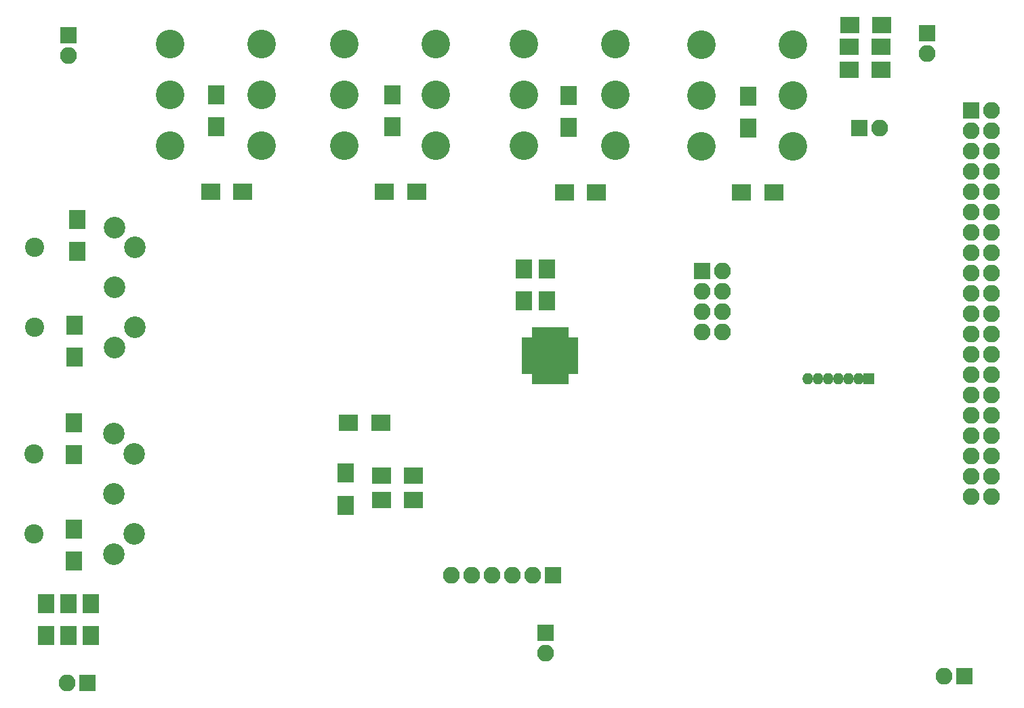
<source format=gbs>
G04 #@! TF.GenerationSoftware,KiCad,Pcbnew,(5.1.2)-2*
G04 #@! TF.CreationDate,2020-05-21T23:00:36-04:00*
G04 #@! TF.ProjectId,MidiControllerPCB,4d696469-436f-46e7-9472-6f6c6c657250,rev?*
G04 #@! TF.SameCoordinates,Original*
G04 #@! TF.FileFunction,Soldermask,Bot*
G04 #@! TF.FilePolarity,Negative*
%FSLAX46Y46*%
G04 Gerber Fmt 4.6, Leading zero omitted, Abs format (unit mm)*
G04 Created by KiCad (PCBNEW (5.1.2)-2) date 2020-05-21 23:00:36*
%MOMM*%
%LPD*%
G04 APERTURE LIST*
%ADD10C,2.400000*%
%ADD11C,2.700000*%
%ADD12R,1.400000X0.770000*%
%ADD13R,0.770000X1.400000*%
%ADD14R,1.462500X1.462500*%
%ADD15R,2.100000X2.100000*%
%ADD16O,2.100000X2.100000*%
%ADD17R,2.100000X2.400000*%
%ADD18R,2.400000X2.100000*%
%ADD19C,3.575000*%
%ADD20R,2.400000X2.000000*%
%ADD21R,2.000000X2.400000*%
%ADD22O,1.400000X1.400000*%
%ADD23R,1.400000X1.400000*%
G04 APERTURE END LIST*
D10*
X99700000Y-111400000D03*
D11*
X112200000Y-121400000D03*
X109700000Y-123900000D03*
X109700000Y-116400000D03*
X109700000Y-108900000D03*
D10*
X99700000Y-121400000D03*
D11*
X112200000Y-111400000D03*
D12*
X161318750Y-101081250D03*
X161318750Y-100431250D03*
X161318750Y-99781250D03*
X161318750Y-99131250D03*
X161318750Y-98481250D03*
X161318750Y-97831250D03*
X161318750Y-97181250D03*
D13*
X162218750Y-96281250D03*
X162868750Y-96281250D03*
X163518750Y-96281250D03*
X164168750Y-96281250D03*
X164818750Y-96281250D03*
X165468750Y-96281250D03*
X166118750Y-96281250D03*
D12*
X167018750Y-97181250D03*
X167018750Y-97831250D03*
X167018750Y-98481250D03*
X167018750Y-99131250D03*
X167018750Y-99781250D03*
X167018750Y-100431250D03*
X167018750Y-101081250D03*
D13*
X166118750Y-101981250D03*
X165468750Y-101981250D03*
X164818750Y-101981250D03*
X164168750Y-101981250D03*
X163518750Y-101981250D03*
X162868750Y-101981250D03*
X162218750Y-101981250D03*
D14*
X165762500Y-97537500D03*
X165762500Y-98600000D03*
X165762500Y-99662500D03*
X165762500Y-100725000D03*
X164700000Y-97537500D03*
X164700000Y-98600000D03*
X164700000Y-99662500D03*
X164700000Y-100725000D03*
X163637500Y-97537500D03*
X163637500Y-98600000D03*
X163637500Y-99662500D03*
X163637500Y-100725000D03*
X162575000Y-97537500D03*
X162575000Y-98600000D03*
X162575000Y-99662500D03*
X162575000Y-100725000D03*
D15*
X183160000Y-88520000D03*
D16*
X185700000Y-88520000D03*
X183160000Y-91060000D03*
X185700000Y-91060000D03*
X183160000Y-93600000D03*
X185700000Y-93600000D03*
X183160000Y-96140000D03*
X185700000Y-96140000D03*
D15*
X211300000Y-58800000D03*
D16*
X211300000Y-61340000D03*
D15*
X104000000Y-59100000D03*
D16*
X104000000Y-61640000D03*
D15*
X215900000Y-139200000D03*
D16*
X213360000Y-139200000D03*
D15*
X163600000Y-133800000D03*
D16*
X163600000Y-136340000D03*
D15*
X106400000Y-140000000D03*
D16*
X103860000Y-140000000D03*
D17*
X163800000Y-88300000D03*
X163800000Y-92300000D03*
X160900000Y-88300000D03*
X160900000Y-92300000D03*
D18*
X143000000Y-107500000D03*
X139000000Y-107500000D03*
D17*
X138600000Y-117800000D03*
X138600000Y-113800000D03*
D18*
X205500000Y-63400000D03*
X201500000Y-63400000D03*
X201560000Y-60505000D03*
X205560000Y-60505000D03*
D17*
X104700000Y-107500000D03*
X104700000Y-111500000D03*
X104700000Y-120800000D03*
X104700000Y-124800000D03*
X105100000Y-82100000D03*
X105100000Y-86100000D03*
X104800000Y-95300000D03*
X104800000Y-99300000D03*
X101200000Y-134100000D03*
X101200000Y-130100000D03*
X104000000Y-130100000D03*
X104000000Y-134100000D03*
X122500000Y-66500000D03*
X122500000Y-70500000D03*
D18*
X125800000Y-78600000D03*
X121800000Y-78600000D03*
D17*
X188900000Y-70700000D03*
X188900000Y-66700000D03*
D18*
X192100000Y-78700000D03*
X188100000Y-78700000D03*
D17*
X144500000Y-70500000D03*
X144500000Y-66500000D03*
D18*
X147500000Y-78600000D03*
X143500000Y-78600000D03*
D17*
X166500000Y-70600000D03*
X166500000Y-66600000D03*
D18*
X170000000Y-78700000D03*
X166000000Y-78700000D03*
D15*
X164500000Y-126600000D03*
D16*
X161960000Y-126600000D03*
X159420000Y-126600000D03*
X156880000Y-126600000D03*
X154340000Y-126600000D03*
X151800000Y-126600000D03*
D15*
X216800000Y-68500000D03*
D16*
X219340000Y-68500000D03*
X216800000Y-71040000D03*
X219340000Y-71040000D03*
X216800000Y-73580000D03*
X219340000Y-73580000D03*
X216800000Y-76120000D03*
X219340000Y-76120000D03*
X216800000Y-78660000D03*
X219340000Y-78660000D03*
X216800000Y-81200000D03*
X219340000Y-81200000D03*
X216800000Y-83740000D03*
X219340000Y-83740000D03*
X216800000Y-86280000D03*
X219340000Y-86280000D03*
X216800000Y-88820000D03*
X219340000Y-88820000D03*
X216800000Y-91360000D03*
X219340000Y-91360000D03*
X216800000Y-93900000D03*
X219340000Y-93900000D03*
X216800000Y-96440000D03*
X219340000Y-96440000D03*
X216800000Y-98980000D03*
X219340000Y-98980000D03*
X216800000Y-101520000D03*
X219340000Y-101520000D03*
X216800000Y-104060000D03*
X219340000Y-104060000D03*
X216800000Y-106600000D03*
X219340000Y-106600000D03*
X216800000Y-109140000D03*
X219340000Y-109140000D03*
X216800000Y-111680000D03*
X219340000Y-111680000D03*
X216800000Y-114220000D03*
X219340000Y-114220000D03*
X216800000Y-116760000D03*
X219340000Y-116760000D03*
D19*
X149930000Y-66544900D03*
X138500000Y-66545000D03*
X149930000Y-72894900D03*
X149930000Y-60186100D03*
X138500000Y-60186200D03*
X138500000Y-72895000D03*
X172330000Y-66544900D03*
X160900000Y-66545000D03*
X172330000Y-72894900D03*
X172330000Y-60186100D03*
X160900000Y-60186200D03*
X160900000Y-72895000D03*
D10*
X99800000Y-85600000D03*
D11*
X112300000Y-95600000D03*
X109800000Y-98100000D03*
X109800000Y-90600000D03*
X109800000Y-83100000D03*
D10*
X99800000Y-95600000D03*
D11*
X112300000Y-85600000D03*
D19*
X128130000Y-66544900D03*
X116700000Y-66545000D03*
X128130000Y-72894900D03*
X128130000Y-60186100D03*
X116700000Y-60186200D03*
X116700000Y-72895000D03*
X194530000Y-66644900D03*
X183100000Y-66645000D03*
X194530000Y-72994900D03*
X194530000Y-60286100D03*
X183100000Y-60286200D03*
X183100000Y-72995000D03*
D15*
X202800000Y-70700000D03*
D16*
X205340000Y-70700000D03*
D20*
X147100000Y-114100000D03*
X143100000Y-114100000D03*
X147100000Y-117200000D03*
X143100000Y-117200000D03*
X201600000Y-57800000D03*
X205600000Y-57800000D03*
D21*
X106800000Y-130100000D03*
X106800000Y-134100000D03*
D22*
X196380000Y-102000000D03*
X197650000Y-102000000D03*
X198920000Y-102000000D03*
X200190000Y-102000000D03*
X201460000Y-102000000D03*
X202730000Y-102000000D03*
D23*
X204000000Y-102000000D03*
M02*

</source>
